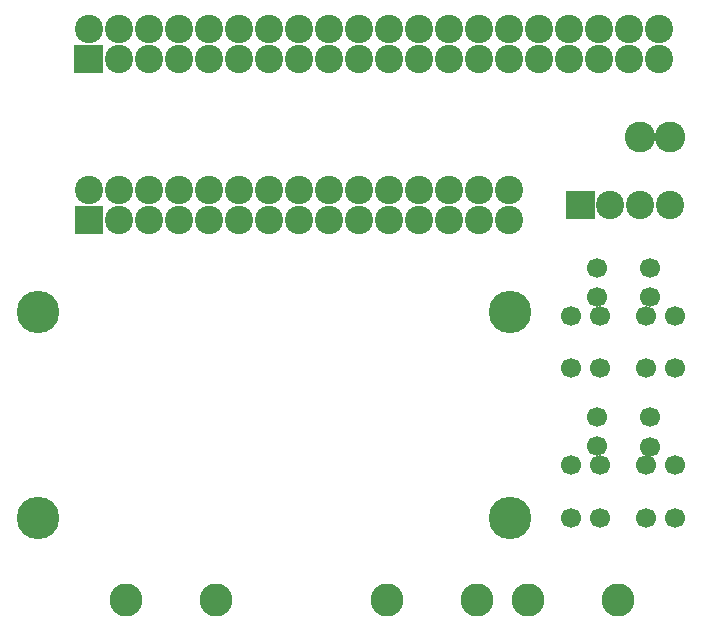
<source format=gbr>
%FSLAX34Y34*%
%MOMM*%
%LNSOLDERMASK_TOP*%
G71*
G01*
%ADD10C, 2.40*%
%ADD11C, 2.80*%
%ADD12C, 3.60*%
%ADD13C, 2.60*%
%ADD14C, 2.10*%
%ADD15C, 2.10*%
%ADD16C, 2.60*%
%ADD17C, 1.70*%
%LPD*%
X85328Y-25797D02*
G54D10*
D03*
G36*
X73328Y-39197D02*
X97328Y-39197D01*
X97328Y-63197D01*
X73328Y-63197D01*
X73328Y-39197D01*
G37*
X110728Y-25797D02*
G54D10*
D03*
X110728Y-51197D02*
G54D10*
D03*
X136128Y-25797D02*
G54D10*
D03*
X136128Y-51197D02*
G54D10*
D03*
X161528Y-25797D02*
G54D10*
D03*
X161528Y-51197D02*
G54D10*
D03*
X186928Y-25797D02*
G54D10*
D03*
X186928Y-51197D02*
G54D10*
D03*
X212328Y-25797D02*
G54D10*
D03*
X212328Y-51197D02*
G54D10*
D03*
X237828Y-25797D02*
G54D10*
D03*
X237828Y-51197D02*
G54D10*
D03*
X263228Y-25797D02*
G54D10*
D03*
X263228Y-51197D02*
G54D10*
D03*
X288628Y-25797D02*
G54D10*
D03*
X288628Y-51197D02*
G54D10*
D03*
X314028Y-25797D02*
G54D10*
D03*
X314028Y-51197D02*
G54D10*
D03*
X339428Y-25797D02*
G54D10*
D03*
X339428Y-51197D02*
G54D10*
D03*
X364828Y-25797D02*
G54D10*
D03*
X364828Y-51197D02*
G54D10*
D03*
X390228Y-25797D02*
G54D10*
D03*
X390228Y-51197D02*
G54D10*
D03*
X415628Y-25797D02*
G54D10*
D03*
X415628Y-51197D02*
G54D10*
D03*
X441028Y-25797D02*
G54D10*
D03*
X441028Y-51197D02*
G54D10*
D03*
X466428Y-25797D02*
G54D10*
D03*
X466428Y-51197D02*
G54D10*
D03*
X491828Y-25797D02*
G54D10*
D03*
X491828Y-51197D02*
G54D10*
D03*
X517228Y-25797D02*
G54D10*
D03*
X517228Y-51197D02*
G54D10*
D03*
X542628Y-25797D02*
G54D10*
D03*
X542628Y-51197D02*
G54D10*
D03*
X568028Y-25797D02*
G54D10*
D03*
X568028Y-51197D02*
G54D10*
D03*
X85725Y-162322D02*
G54D10*
D03*
G36*
X73725Y-175722D02*
X97725Y-175722D01*
X97725Y-199722D01*
X73725Y-199722D01*
X73725Y-175722D01*
G37*
X111125Y-162322D02*
G54D10*
D03*
X111125Y-187722D02*
G54D10*
D03*
X136525Y-162322D02*
G54D10*
D03*
X136525Y-187722D02*
G54D10*
D03*
X161925Y-162322D02*
G54D10*
D03*
X161925Y-187722D02*
G54D10*
D03*
X187325Y-162322D02*
G54D10*
D03*
X187325Y-187722D02*
G54D10*
D03*
X212725Y-162322D02*
G54D10*
D03*
X212725Y-187722D02*
G54D10*
D03*
X238225Y-162322D02*
G54D10*
D03*
X238225Y-187722D02*
G54D10*
D03*
X263625Y-162322D02*
G54D10*
D03*
X263625Y-187722D02*
G54D10*
D03*
X289025Y-162322D02*
G54D10*
D03*
X289025Y-187722D02*
G54D10*
D03*
X314425Y-162322D02*
G54D10*
D03*
X314425Y-187722D02*
G54D10*
D03*
X339825Y-162322D02*
G54D10*
D03*
X339825Y-187722D02*
G54D10*
D03*
X365225Y-162322D02*
G54D10*
D03*
X365225Y-187722D02*
G54D10*
D03*
X390625Y-162322D02*
G54D10*
D03*
X390625Y-187722D02*
G54D10*
D03*
X416025Y-162322D02*
G54D10*
D03*
X416025Y-187722D02*
G54D10*
D03*
X441425Y-162322D02*
G54D10*
D03*
X441425Y-187722D02*
G54D10*
D03*
X577878Y-174693D02*
G54D10*
D03*
X552478Y-174693D02*
G54D10*
D03*
X527078Y-174693D02*
G54D10*
D03*
G36*
X513678Y-162693D02*
X513678Y-186693D01*
X489678Y-186693D01*
X489678Y-162693D01*
X513678Y-162693D01*
G37*
X193278Y-509190D02*
G54D11*
D03*
X117078Y-509190D02*
G54D11*
D03*
X414337Y-509588D02*
G54D11*
D03*
X338137Y-509588D02*
G54D11*
D03*
X457200Y-509588D02*
G54D11*
D03*
X533400Y-509588D02*
G54D11*
D03*
X442515Y-439738D02*
G54D12*
D03*
X442515Y-265113D02*
G54D12*
D03*
X42465Y-439738D02*
G54D12*
D03*
X42465Y-265113D02*
G54D12*
D03*
X42465Y-439738D02*
G54D13*
D03*
X42465Y-265113D02*
G54D13*
D03*
X442515Y-265113D02*
G54D13*
D03*
X442515Y-439738D02*
G54D13*
D03*
X193278Y-509190D02*
G54D14*
D03*
X117078Y-509190D02*
G54D14*
D03*
X414337Y-509588D02*
G54D14*
D03*
X338137Y-509588D02*
G54D14*
D03*
X457200Y-509588D02*
G54D14*
D03*
X533400Y-509588D02*
G54D14*
D03*
X85725Y-162322D02*
G54D15*
D03*
G36*
X75225Y-177222D02*
X96225Y-177222D01*
X96225Y-198222D01*
X75225Y-198222D01*
X75225Y-177222D01*
G37*
X111125Y-162322D02*
G54D15*
D03*
X111125Y-187722D02*
G54D15*
D03*
X136525Y-162322D02*
G54D15*
D03*
X136525Y-187722D02*
G54D15*
D03*
X161925Y-162322D02*
G54D15*
D03*
X161925Y-187722D02*
G54D15*
D03*
X187325Y-162322D02*
G54D15*
D03*
X187325Y-187722D02*
G54D15*
D03*
X212725Y-162322D02*
G54D15*
D03*
X212725Y-187722D02*
G54D15*
D03*
X238225Y-162322D02*
G54D15*
D03*
X238225Y-187722D02*
G54D15*
D03*
X263625Y-162322D02*
G54D15*
D03*
X263625Y-187722D02*
G54D15*
D03*
X289025Y-162322D02*
G54D15*
D03*
X289025Y-187722D02*
G54D15*
D03*
X314425Y-162322D02*
G54D15*
D03*
X314425Y-187722D02*
G54D15*
D03*
X339825Y-162322D02*
G54D15*
D03*
X339825Y-187722D02*
G54D15*
D03*
X365225Y-162322D02*
G54D15*
D03*
X365225Y-187722D02*
G54D15*
D03*
X390625Y-162322D02*
G54D15*
D03*
X390625Y-187722D02*
G54D15*
D03*
X416025Y-162322D02*
G54D15*
D03*
X416025Y-187722D02*
G54D15*
D03*
X441425Y-162322D02*
G54D15*
D03*
X441425Y-187722D02*
G54D15*
D03*
X577878Y-174693D02*
G54D15*
D03*
X552478Y-174693D02*
G54D15*
D03*
X527078Y-174693D02*
G54D15*
D03*
G36*
X512178Y-164193D02*
X512178Y-185193D01*
X491178Y-185193D01*
X491178Y-164193D01*
X512178Y-164193D01*
G37*
X85328Y-25797D02*
G54D15*
D03*
G36*
X74828Y-40697D02*
X95828Y-40697D01*
X95828Y-61697D01*
X74828Y-61697D01*
X74828Y-40697D01*
G37*
X110728Y-25797D02*
G54D15*
D03*
X110728Y-51197D02*
G54D15*
D03*
X136128Y-25797D02*
G54D15*
D03*
X136128Y-51197D02*
G54D15*
D03*
X161528Y-25797D02*
G54D15*
D03*
X161528Y-51197D02*
G54D15*
D03*
X186928Y-25797D02*
G54D15*
D03*
X186928Y-51197D02*
G54D15*
D03*
X212328Y-25797D02*
G54D15*
D03*
X212328Y-51197D02*
G54D15*
D03*
X237828Y-25797D02*
G54D15*
D03*
X237828Y-51197D02*
G54D15*
D03*
X263228Y-25797D02*
G54D15*
D03*
X263228Y-51197D02*
G54D15*
D03*
X288628Y-25797D02*
G54D15*
D03*
X288628Y-51197D02*
G54D15*
D03*
X314028Y-25797D02*
G54D15*
D03*
X314028Y-51197D02*
G54D15*
D03*
X339428Y-25797D02*
G54D15*
D03*
X339428Y-51197D02*
G54D15*
D03*
X364828Y-25797D02*
G54D15*
D03*
X364828Y-51197D02*
G54D15*
D03*
X390228Y-25797D02*
G54D15*
D03*
X390228Y-51197D02*
G54D15*
D03*
X415628Y-25797D02*
G54D15*
D03*
X415628Y-51197D02*
G54D15*
D03*
X441028Y-25797D02*
G54D15*
D03*
X441028Y-51197D02*
G54D15*
D03*
X466428Y-25797D02*
G54D15*
D03*
X466428Y-51197D02*
G54D15*
D03*
X491828Y-25797D02*
G54D15*
D03*
X491828Y-51197D02*
G54D15*
D03*
X517228Y-25797D02*
G54D15*
D03*
X517228Y-51197D02*
G54D15*
D03*
X542628Y-25797D02*
G54D15*
D03*
X542628Y-51197D02*
G54D15*
D03*
X568028Y-25797D02*
G54D15*
D03*
X568028Y-51197D02*
G54D15*
D03*
X577850Y-117475D02*
G54D16*
D03*
X552450Y-117475D02*
G54D16*
D03*
X577850Y-117475D02*
G54D15*
D03*
X577850Y-117475D02*
G54D15*
D03*
X552450Y-117475D02*
G54D15*
D03*
X515938Y-227806D02*
G54D17*
D03*
X560388Y-227806D02*
G54D17*
D03*
X560388Y-252809D02*
G54D17*
D03*
X515938Y-252412D02*
G54D17*
D03*
X582059Y-268387D02*
G54D17*
D03*
X582059Y-312836D02*
G54D17*
D03*
X557056Y-312837D02*
G54D17*
D03*
X557453Y-268387D02*
G54D17*
D03*
X518559Y-268387D02*
G54D17*
D03*
X518559Y-312836D02*
G54D17*
D03*
X493556Y-312837D02*
G54D17*
D03*
X493953Y-268387D02*
G54D17*
D03*
X515938Y-354409D02*
G54D17*
D03*
X560388Y-354409D02*
G54D17*
D03*
X560388Y-379412D02*
G54D17*
D03*
X515938Y-379015D02*
G54D17*
D03*
X582059Y-394990D02*
G54D17*
D03*
X582059Y-439440D02*
G54D17*
D03*
X557056Y-439440D02*
G54D17*
D03*
X557453Y-394990D02*
G54D17*
D03*
X518559Y-394990D02*
G54D17*
D03*
X518559Y-439440D02*
G54D17*
D03*
X493556Y-439440D02*
G54D17*
D03*
X493953Y-394990D02*
G54D17*
D03*
M02*

</source>
